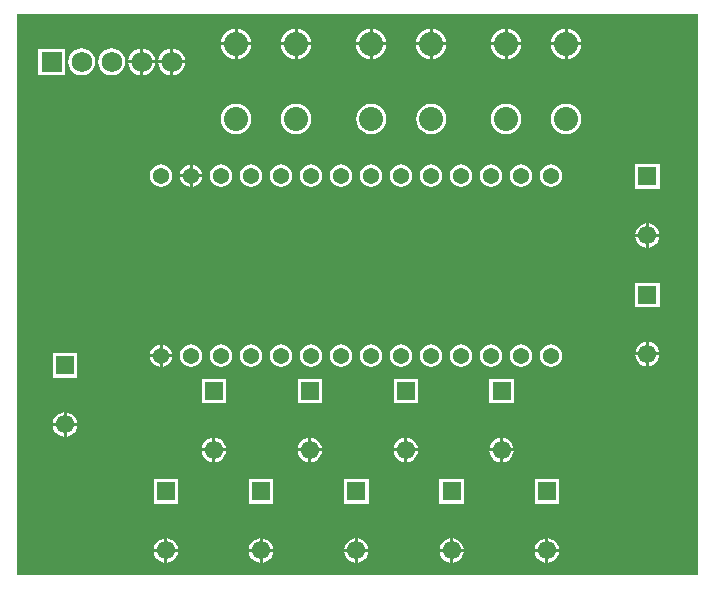
<source format=gbl>
G04*
G04 #@! TF.GenerationSoftware,Altium Limited,Altium Designer,23.6.0 (18)*
G04*
G04 Layer_Physical_Order=2*
G04 Layer_Color=16711680*
%FSAX24Y24*%
%MOIN*%
G70*
G04*
G04 #@! TF.SameCoordinates,E551B0BA-23AD-4420-B302-DDD5F3B2D540*
G04*
G04*
G04 #@! TF.FilePolarity,Positive*
G04*
G01*
G75*
%ADD23C,0.0691*%
%ADD24R,0.0691X0.0691*%
%ADD25C,0.0800*%
%ADD26C,0.3500*%
%ADD27C,0.0610*%
%ADD28R,0.0610X0.0610*%
%ADD29C,0.0540*%
%ADD30C,0.0320*%
G36*
X224554Y109700D02*
X201854D01*
Y128400D01*
X224554D01*
Y109700D01*
D02*
G37*
%LPC*%
G36*
X220204Y127898D02*
Y127450D01*
X220652D01*
X220642Y127531D01*
X220591Y127652D01*
X220511Y127757D01*
X220407Y127837D01*
X220285Y127887D01*
X220204Y127898D01*
D02*
G37*
G36*
X218204D02*
Y127450D01*
X218652D01*
X218642Y127531D01*
X218591Y127652D01*
X218511Y127757D01*
X218407Y127837D01*
X218285Y127887D01*
X218204Y127898D01*
D02*
G37*
G36*
X215704D02*
Y127450D01*
X216152D01*
X216142Y127531D01*
X216091Y127652D01*
X216011Y127757D01*
X215907Y127837D01*
X215785Y127887D01*
X215704Y127898D01*
D02*
G37*
G36*
X213704D02*
Y127450D01*
X214152D01*
X214142Y127531D01*
X214091Y127652D01*
X214011Y127757D01*
X213907Y127837D01*
X213785Y127887D01*
X213704Y127898D01*
D02*
G37*
G36*
X211204D02*
Y127450D01*
X211652D01*
X211642Y127531D01*
X211591Y127652D01*
X211511Y127757D01*
X211407Y127837D01*
X211285Y127887D01*
X211204Y127898D01*
D02*
G37*
G36*
X209204D02*
Y127450D01*
X209652D01*
X209642Y127531D01*
X209591Y127652D01*
X209511Y127757D01*
X209407Y127837D01*
X209285Y127887D01*
X209204Y127898D01*
D02*
G37*
G36*
X220104Y127898D02*
X220024Y127887D01*
X219902Y127837D01*
X219798Y127757D01*
X219718Y127652D01*
X219667Y127531D01*
X219657Y127450D01*
X220104D01*
Y127898D01*
D02*
G37*
G36*
X213604D02*
X213524Y127887D01*
X213402Y127837D01*
X213298Y127757D01*
X213218Y127652D01*
X213167Y127531D01*
X213157Y127450D01*
X213604D01*
Y127898D01*
D02*
G37*
G36*
X215604D02*
X215524Y127887D01*
X215402Y127837D01*
X215298Y127757D01*
X215218Y127652D01*
X215167Y127531D01*
X215157Y127450D01*
X215604D01*
Y127898D01*
D02*
G37*
G36*
X209104D02*
X209024Y127887D01*
X208902Y127837D01*
X208798Y127757D01*
X208718Y127652D01*
X208667Y127531D01*
X208657Y127450D01*
X209104D01*
Y127898D01*
D02*
G37*
G36*
X211104D02*
X211024Y127887D01*
X210902Y127837D01*
X210798Y127757D01*
X210718Y127652D01*
X210667Y127531D01*
X210657Y127450D01*
X211104D01*
Y127898D01*
D02*
G37*
G36*
X218104D02*
X218024Y127887D01*
X217902Y127837D01*
X217798Y127757D01*
X217718Y127652D01*
X217667Y127531D01*
X217657Y127450D01*
X218104D01*
Y127898D01*
D02*
G37*
G36*
X220104Y127350D02*
X219657D01*
X219667Y127269D01*
X219718Y127148D01*
X219798Y127043D01*
X219902Y126963D01*
X220024Y126913D01*
X220104Y126902D01*
Y127350D01*
D02*
G37*
G36*
X218104D02*
X217657D01*
X217667Y127269D01*
X217718Y127148D01*
X217798Y127043D01*
X217902Y126963D01*
X218024Y126913D01*
X218104Y126902D01*
Y127350D01*
D02*
G37*
G36*
X215604D02*
X215157D01*
X215167Y127269D01*
X215218Y127148D01*
X215298Y127043D01*
X215402Y126963D01*
X215524Y126913D01*
X215604Y126902D01*
Y127350D01*
D02*
G37*
G36*
X213604D02*
X213157D01*
X213167Y127269D01*
X213218Y127148D01*
X213298Y127043D01*
X213402Y126963D01*
X213524Y126913D01*
X213604Y126902D01*
Y127350D01*
D02*
G37*
G36*
X211104D02*
X210657D01*
X210667Y127269D01*
X210718Y127148D01*
X210798Y127043D01*
X210902Y126963D01*
X211024Y126913D01*
X211104Y126902D01*
Y127350D01*
D02*
G37*
G36*
X209104D02*
X208657D01*
X208667Y127269D01*
X208718Y127148D01*
X208798Y127043D01*
X208902Y126963D01*
X209024Y126913D01*
X209104Y126902D01*
Y127350D01*
D02*
G37*
G36*
X218652D02*
X218204D01*
Y126902D01*
X218285Y126913D01*
X218407Y126963D01*
X218511Y127043D01*
X218591Y127148D01*
X218642Y127269D01*
X218652Y127350D01*
D02*
G37*
G36*
X216152D02*
X215704D01*
Y126902D01*
X215785Y126913D01*
X215907Y126963D01*
X216011Y127043D01*
X216091Y127148D01*
X216142Y127269D01*
X216152Y127350D01*
D02*
G37*
G36*
X214152D02*
X213704D01*
Y126902D01*
X213785Y126913D01*
X213907Y126963D01*
X214011Y127043D01*
X214091Y127148D01*
X214142Y127269D01*
X214152Y127350D01*
D02*
G37*
G36*
X211652D02*
X211204D01*
Y126902D01*
X211285Y126913D01*
X211407Y126963D01*
X211511Y127043D01*
X211591Y127148D01*
X211642Y127269D01*
X211652Y127350D01*
D02*
G37*
G36*
X209652D02*
X209204D01*
Y126902D01*
X209285Y126913D01*
X209407Y126963D01*
X209511Y127043D01*
X209591Y127148D01*
X209642Y127269D01*
X209652Y127350D01*
D02*
G37*
G36*
X220652D02*
X220204D01*
Y126902D01*
X220285Y126913D01*
X220407Y126963D01*
X220511Y127043D01*
X220591Y127148D01*
X220642Y127269D01*
X220652Y127350D01*
D02*
G37*
G36*
X207054Y127243D02*
Y126850D01*
X207447D01*
X207438Y126916D01*
X207394Y127025D01*
X207322Y127118D01*
X207229Y127189D01*
X207121Y127234D01*
X207054Y127243D01*
D02*
G37*
G36*
X206054Y127243D02*
Y126850D01*
X206447D01*
X206438Y126916D01*
X206394Y127025D01*
X206322Y127118D01*
X206229Y127189D01*
X206121Y127234D01*
X206054Y127243D01*
D02*
G37*
G36*
X205954Y127243D02*
X205888Y127234D01*
X205780Y127189D01*
X205687Y127118D01*
X205615Y127025D01*
X205570Y126916D01*
X205562Y126850D01*
X205954D01*
Y127243D01*
D02*
G37*
G36*
X206954D02*
X206888Y127234D01*
X206780Y127189D01*
X206687Y127118D01*
X206615Y127025D01*
X206570Y126916D01*
X206562Y126850D01*
X206954D01*
Y127243D01*
D02*
G37*
G36*
X205954Y126750D02*
X205562D01*
X205570Y126684D01*
X205615Y126575D01*
X205687Y126482D01*
X205780Y126411D01*
X205888Y126366D01*
X205954Y126357D01*
Y126750D01*
D02*
G37*
G36*
X206954D02*
X206562D01*
X206570Y126684D01*
X206615Y126575D01*
X206687Y126482D01*
X206780Y126411D01*
X206888Y126366D01*
X206954Y126357D01*
Y126750D01*
D02*
G37*
G36*
X207447D02*
X207054D01*
Y126357D01*
X207121Y126366D01*
X207229Y126411D01*
X207322Y126482D01*
X207394Y126575D01*
X207438Y126684D01*
X207447Y126750D01*
D02*
G37*
G36*
X206447D02*
X206054D01*
Y126357D01*
X206121Y126366D01*
X206229Y126411D01*
X206322Y126482D01*
X206394Y126575D01*
X206438Y126684D01*
X206447Y126750D01*
D02*
G37*
G36*
X203450Y127245D02*
X202559D01*
Y126355D01*
X203450D01*
Y127245D01*
D02*
G37*
G36*
X205004Y127249D02*
X204888Y127234D01*
X204780Y127189D01*
X204687Y127118D01*
X204615Y127025D01*
X204570Y126916D01*
X204555Y126800D01*
X204570Y126684D01*
X204615Y126575D01*
X204687Y126482D01*
X204780Y126411D01*
X204888Y126366D01*
X205004Y126351D01*
X205121Y126366D01*
X205229Y126411D01*
X205322Y126482D01*
X205394Y126575D01*
X205438Y126684D01*
X205454Y126800D01*
X205438Y126916D01*
X205394Y127025D01*
X205322Y127118D01*
X205229Y127189D01*
X205121Y127234D01*
X205004Y127249D01*
D02*
G37*
G36*
X204004D02*
X203888Y127234D01*
X203780Y127189D01*
X203687Y127118D01*
X203615Y127025D01*
X203570Y126916D01*
X203555Y126800D01*
X203570Y126684D01*
X203615Y126575D01*
X203687Y126482D01*
X203780Y126411D01*
X203888Y126366D01*
X204004Y126351D01*
X204121Y126366D01*
X204229Y126411D01*
X204322Y126482D01*
X204394Y126575D01*
X204438Y126684D01*
X204454Y126800D01*
X204438Y126916D01*
X204394Y127025D01*
X204322Y127118D01*
X204229Y127189D01*
X204121Y127234D01*
X204004Y127249D01*
D02*
G37*
G36*
X220154Y125404D02*
X220024Y125387D01*
X219902Y125337D01*
X219798Y125257D01*
X219718Y125152D01*
X219667Y125031D01*
X219650Y124900D01*
X219667Y124769D01*
X219718Y124648D01*
X219798Y124543D01*
X219902Y124463D01*
X220024Y124413D01*
X220154Y124396D01*
X220285Y124413D01*
X220407Y124463D01*
X220511Y124543D01*
X220591Y124648D01*
X220642Y124769D01*
X220659Y124900D01*
X220642Y125031D01*
X220591Y125152D01*
X220511Y125257D01*
X220407Y125337D01*
X220285Y125387D01*
X220154Y125404D01*
D02*
G37*
G36*
X218154D02*
X218024Y125387D01*
X217902Y125337D01*
X217798Y125257D01*
X217718Y125152D01*
X217667Y125031D01*
X217650Y124900D01*
X217667Y124769D01*
X217718Y124648D01*
X217798Y124543D01*
X217902Y124463D01*
X218024Y124413D01*
X218154Y124396D01*
X218285Y124413D01*
X218407Y124463D01*
X218511Y124543D01*
X218591Y124648D01*
X218642Y124769D01*
X218659Y124900D01*
X218642Y125031D01*
X218591Y125152D01*
X218511Y125257D01*
X218407Y125337D01*
X218285Y125387D01*
X218154Y125404D01*
D02*
G37*
G36*
X215665D02*
X215535Y125387D01*
X215413Y125337D01*
X215308Y125257D01*
X215228Y125152D01*
X215178Y125031D01*
X215161Y124900D01*
X215178Y124769D01*
X215228Y124648D01*
X215308Y124543D01*
X215413Y124463D01*
X215535Y124413D01*
X215665Y124396D01*
X215796Y124413D01*
X215917Y124463D01*
X216022Y124543D01*
X216102Y124648D01*
X216152Y124769D01*
X216169Y124900D01*
X216152Y125031D01*
X216102Y125152D01*
X216022Y125257D01*
X215917Y125337D01*
X215796Y125387D01*
X215665Y125404D01*
D02*
G37*
G36*
X213665D02*
X213535Y125387D01*
X213413Y125337D01*
X213308Y125257D01*
X213228Y125152D01*
X213178Y125031D01*
X213161Y124900D01*
X213178Y124769D01*
X213228Y124648D01*
X213308Y124543D01*
X213413Y124463D01*
X213535Y124413D01*
X213665Y124396D01*
X213796Y124413D01*
X213917Y124463D01*
X214022Y124543D01*
X214102Y124648D01*
X214152Y124769D01*
X214169Y124900D01*
X214152Y125031D01*
X214102Y125152D01*
X214022Y125257D01*
X213917Y125337D01*
X213796Y125387D01*
X213665Y125404D01*
D02*
G37*
G36*
X211154D02*
X211024Y125387D01*
X210902Y125337D01*
X210798Y125257D01*
X210718Y125152D01*
X210667Y125031D01*
X210650Y124900D01*
X210667Y124769D01*
X210718Y124648D01*
X210798Y124543D01*
X210902Y124463D01*
X211024Y124413D01*
X211154Y124396D01*
X211285Y124413D01*
X211407Y124463D01*
X211511Y124543D01*
X211591Y124648D01*
X211642Y124769D01*
X211659Y124900D01*
X211642Y125031D01*
X211591Y125152D01*
X211511Y125257D01*
X211407Y125337D01*
X211285Y125387D01*
X211154Y125404D01*
D02*
G37*
G36*
X209154D02*
X209024Y125387D01*
X208902Y125337D01*
X208798Y125257D01*
X208718Y125152D01*
X208667Y125031D01*
X208650Y124900D01*
X208667Y124769D01*
X208718Y124648D01*
X208798Y124543D01*
X208902Y124463D01*
X209024Y124413D01*
X209154Y124396D01*
X209285Y124413D01*
X209407Y124463D01*
X209511Y124543D01*
X209591Y124648D01*
X209642Y124769D01*
X209659Y124900D01*
X209642Y125031D01*
X209591Y125152D01*
X209511Y125257D01*
X209407Y125337D01*
X209285Y125387D01*
X209154Y125404D01*
D02*
G37*
G36*
X207704Y123377D02*
Y123060D01*
X208021D01*
X208015Y123107D01*
X207978Y123197D01*
X207918Y123274D01*
X207841Y123333D01*
X207751Y123370D01*
X207704Y123377D01*
D02*
G37*
G36*
X207604D02*
X207558Y123370D01*
X207468Y123333D01*
X207391Y123274D01*
X207331Y123197D01*
X207294Y123107D01*
X207288Y123060D01*
X207604D01*
Y123377D01*
D02*
G37*
G36*
X208021Y122960D02*
X207704D01*
Y122643D01*
X207751Y122650D01*
X207841Y122687D01*
X207918Y122746D01*
X207978Y122823D01*
X208015Y122913D01*
X208021Y122960D01*
D02*
G37*
G36*
X207604D02*
X207288D01*
X207294Y122913D01*
X207331Y122823D01*
X207391Y122746D01*
X207468Y122687D01*
X207558Y122650D01*
X207604Y122643D01*
Y122960D01*
D02*
G37*
G36*
X219654Y123383D02*
X219558Y123370D01*
X219468Y123333D01*
X219391Y123274D01*
X219331Y123197D01*
X219294Y123107D01*
X219281Y123010D01*
X219294Y122913D01*
X219331Y122823D01*
X219391Y122746D01*
X219468Y122687D01*
X219558Y122650D01*
X219654Y122637D01*
X219751Y122650D01*
X219841Y122687D01*
X219918Y122746D01*
X219978Y122823D01*
X220015Y122913D01*
X220028Y123010D01*
X220015Y123107D01*
X219978Y123197D01*
X219918Y123274D01*
X219841Y123333D01*
X219751Y123370D01*
X219654Y123383D01*
D02*
G37*
G36*
X218654D02*
X218558Y123370D01*
X218468Y123333D01*
X218391Y123274D01*
X218331Y123197D01*
X218294Y123107D01*
X218281Y123010D01*
X218294Y122913D01*
X218331Y122823D01*
X218391Y122746D01*
X218468Y122687D01*
X218558Y122650D01*
X218654Y122637D01*
X218751Y122650D01*
X218841Y122687D01*
X218918Y122746D01*
X218978Y122823D01*
X219015Y122913D01*
X219028Y123010D01*
X219015Y123107D01*
X218978Y123197D01*
X218918Y123274D01*
X218841Y123333D01*
X218751Y123370D01*
X218654Y123383D01*
D02*
G37*
G36*
X217654D02*
X217558Y123370D01*
X217468Y123333D01*
X217391Y123274D01*
X217331Y123197D01*
X217294Y123107D01*
X217281Y123010D01*
X217294Y122913D01*
X217331Y122823D01*
X217391Y122746D01*
X217468Y122687D01*
X217558Y122650D01*
X217654Y122637D01*
X217751Y122650D01*
X217841Y122687D01*
X217918Y122746D01*
X217978Y122823D01*
X218015Y122913D01*
X218028Y123010D01*
X218015Y123107D01*
X217978Y123197D01*
X217918Y123274D01*
X217841Y123333D01*
X217751Y123370D01*
X217654Y123383D01*
D02*
G37*
G36*
X216654D02*
X216558Y123370D01*
X216468Y123333D01*
X216391Y123274D01*
X216331Y123197D01*
X216294Y123107D01*
X216281Y123010D01*
X216294Y122913D01*
X216331Y122823D01*
X216391Y122746D01*
X216468Y122687D01*
X216558Y122650D01*
X216654Y122637D01*
X216751Y122650D01*
X216841Y122687D01*
X216918Y122746D01*
X216978Y122823D01*
X217015Y122913D01*
X217028Y123010D01*
X217015Y123107D01*
X216978Y123197D01*
X216918Y123274D01*
X216841Y123333D01*
X216751Y123370D01*
X216654Y123383D01*
D02*
G37*
G36*
X215654D02*
X215558Y123370D01*
X215468Y123333D01*
X215391Y123274D01*
X215331Y123197D01*
X215294Y123107D01*
X215281Y123010D01*
X215294Y122913D01*
X215331Y122823D01*
X215391Y122746D01*
X215468Y122687D01*
X215558Y122650D01*
X215654Y122637D01*
X215751Y122650D01*
X215841Y122687D01*
X215918Y122746D01*
X215978Y122823D01*
X216015Y122913D01*
X216028Y123010D01*
X216015Y123107D01*
X215978Y123197D01*
X215918Y123274D01*
X215841Y123333D01*
X215751Y123370D01*
X215654Y123383D01*
D02*
G37*
G36*
X214654D02*
X214558Y123370D01*
X214468Y123333D01*
X214391Y123274D01*
X214331Y123197D01*
X214294Y123107D01*
X214281Y123010D01*
X214294Y122913D01*
X214331Y122823D01*
X214391Y122746D01*
X214468Y122687D01*
X214558Y122650D01*
X214654Y122637D01*
X214751Y122650D01*
X214841Y122687D01*
X214918Y122746D01*
X214978Y122823D01*
X215015Y122913D01*
X215028Y123010D01*
X215015Y123107D01*
X214978Y123197D01*
X214918Y123274D01*
X214841Y123333D01*
X214751Y123370D01*
X214654Y123383D01*
D02*
G37*
G36*
X213654D02*
X213558Y123370D01*
X213468Y123333D01*
X213391Y123274D01*
X213331Y123197D01*
X213294Y123107D01*
X213281Y123010D01*
X213294Y122913D01*
X213331Y122823D01*
X213391Y122746D01*
X213468Y122687D01*
X213558Y122650D01*
X213654Y122637D01*
X213751Y122650D01*
X213841Y122687D01*
X213918Y122746D01*
X213978Y122823D01*
X214015Y122913D01*
X214028Y123010D01*
X214015Y123107D01*
X213978Y123197D01*
X213918Y123274D01*
X213841Y123333D01*
X213751Y123370D01*
X213654Y123383D01*
D02*
G37*
G36*
X212654D02*
X212558Y123370D01*
X212468Y123333D01*
X212391Y123274D01*
X212331Y123197D01*
X212294Y123107D01*
X212281Y123010D01*
X212294Y122913D01*
X212331Y122823D01*
X212391Y122746D01*
X212468Y122687D01*
X212558Y122650D01*
X212654Y122637D01*
X212751Y122650D01*
X212841Y122687D01*
X212918Y122746D01*
X212978Y122823D01*
X213015Y122913D01*
X213028Y123010D01*
X213015Y123107D01*
X212978Y123197D01*
X212918Y123274D01*
X212841Y123333D01*
X212751Y123370D01*
X212654Y123383D01*
D02*
G37*
G36*
X211654D02*
X211558Y123370D01*
X211468Y123333D01*
X211391Y123274D01*
X211331Y123197D01*
X211294Y123107D01*
X211281Y123010D01*
X211294Y122913D01*
X211331Y122823D01*
X211391Y122746D01*
X211468Y122687D01*
X211558Y122650D01*
X211654Y122637D01*
X211751Y122650D01*
X211841Y122687D01*
X211918Y122746D01*
X211978Y122823D01*
X212015Y122913D01*
X212028Y123010D01*
X212015Y123107D01*
X211978Y123197D01*
X211918Y123274D01*
X211841Y123333D01*
X211751Y123370D01*
X211654Y123383D01*
D02*
G37*
G36*
X210654D02*
X210558Y123370D01*
X210468Y123333D01*
X210391Y123274D01*
X210331Y123197D01*
X210294Y123107D01*
X210281Y123010D01*
X210294Y122913D01*
X210331Y122823D01*
X210391Y122746D01*
X210468Y122687D01*
X210558Y122650D01*
X210654Y122637D01*
X210751Y122650D01*
X210841Y122687D01*
X210918Y122746D01*
X210978Y122823D01*
X211015Y122913D01*
X211028Y123010D01*
X211015Y123107D01*
X210978Y123197D01*
X210918Y123274D01*
X210841Y123333D01*
X210751Y123370D01*
X210654Y123383D01*
D02*
G37*
G36*
X209654D02*
X209558Y123370D01*
X209468Y123333D01*
X209391Y123274D01*
X209331Y123197D01*
X209294Y123107D01*
X209281Y123010D01*
X209294Y122913D01*
X209331Y122823D01*
X209391Y122746D01*
X209468Y122687D01*
X209558Y122650D01*
X209654Y122637D01*
X209751Y122650D01*
X209841Y122687D01*
X209918Y122746D01*
X209978Y122823D01*
X210015Y122913D01*
X210028Y123010D01*
X210015Y123107D01*
X209978Y123197D01*
X209918Y123274D01*
X209841Y123333D01*
X209751Y123370D01*
X209654Y123383D01*
D02*
G37*
G36*
X208654D02*
X208558Y123370D01*
X208468Y123333D01*
X208391Y123274D01*
X208331Y123197D01*
X208294Y123107D01*
X208281Y123010D01*
X208294Y122913D01*
X208331Y122823D01*
X208391Y122746D01*
X208468Y122687D01*
X208558Y122650D01*
X208654Y122637D01*
X208751Y122650D01*
X208841Y122687D01*
X208918Y122746D01*
X208978Y122823D01*
X209015Y122913D01*
X209028Y123010D01*
X209015Y123107D01*
X208978Y123197D01*
X208918Y123274D01*
X208841Y123333D01*
X208751Y123370D01*
X208654Y123383D01*
D02*
G37*
G36*
X206654D02*
X206558Y123370D01*
X206468Y123333D01*
X206391Y123274D01*
X206331Y123197D01*
X206294Y123107D01*
X206281Y123010D01*
X206294Y122913D01*
X206331Y122823D01*
X206391Y122746D01*
X206468Y122687D01*
X206558Y122650D01*
X206654Y122637D01*
X206751Y122650D01*
X206841Y122687D01*
X206918Y122746D01*
X206978Y122823D01*
X207015Y122913D01*
X207028Y123010D01*
X207015Y123107D01*
X206978Y123197D01*
X206918Y123274D01*
X206841Y123333D01*
X206751Y123370D01*
X206654Y123383D01*
D02*
G37*
G36*
X223270Y123389D02*
X222460D01*
Y122579D01*
X223270D01*
Y123389D01*
D02*
G37*
G36*
X222915Y121418D02*
Y121066D01*
X223267D01*
X223260Y121122D01*
X223219Y121220D01*
X223154Y121305D01*
X223069Y121370D01*
X222971Y121410D01*
X222915Y121418D01*
D02*
G37*
G36*
X222815Y121418D02*
X222759Y121410D01*
X222661Y121370D01*
X222576Y121305D01*
X222511Y121220D01*
X222470Y121122D01*
X222463Y121066D01*
X222815D01*
Y121418D01*
D02*
G37*
G36*
X223267Y120966D02*
X222915D01*
Y120614D01*
X222971Y120621D01*
X223069Y120662D01*
X223154Y120727D01*
X223219Y120811D01*
X223260Y120910D01*
X223267Y120966D01*
D02*
G37*
G36*
X222815D02*
X222463D01*
X222470Y120910D01*
X222511Y120811D01*
X222576Y120727D01*
X222661Y120662D01*
X222759Y120621D01*
X222815Y120614D01*
Y120966D01*
D02*
G37*
G36*
X223270Y119439D02*
X222460D01*
Y118629D01*
X223270D01*
Y119439D01*
D02*
G37*
G36*
X222915Y117468D02*
Y117116D01*
X223267D01*
X223260Y117171D01*
X223219Y117270D01*
X223154Y117355D01*
X223069Y117420D01*
X222971Y117460D01*
X222915Y117468D01*
D02*
G37*
G36*
X222815Y117468D02*
X222759Y117460D01*
X222661Y117420D01*
X222576Y117355D01*
X222511Y117270D01*
X222470Y117171D01*
X222463Y117116D01*
X222815D01*
Y117468D01*
D02*
G37*
G36*
X206704Y117377D02*
Y117060D01*
X207021D01*
X207015Y117107D01*
X206978Y117197D01*
X206918Y117274D01*
X206841Y117333D01*
X206751Y117370D01*
X206704Y117377D01*
D02*
G37*
G36*
X206604D02*
X206558Y117370D01*
X206468Y117333D01*
X206391Y117274D01*
X206331Y117197D01*
X206294Y117107D01*
X206288Y117060D01*
X206604D01*
Y117377D01*
D02*
G37*
G36*
X223267Y117016D02*
X222915D01*
Y116664D01*
X222971Y116671D01*
X223069Y116712D01*
X223154Y116777D01*
X223219Y116861D01*
X223260Y116960D01*
X223267Y117016D01*
D02*
G37*
G36*
X222815D02*
X222463D01*
X222470Y116960D01*
X222511Y116861D01*
X222576Y116777D01*
X222661Y116712D01*
X222759Y116671D01*
X222815Y116664D01*
Y117016D01*
D02*
G37*
G36*
X207021Y116960D02*
X206704D01*
Y116643D01*
X206751Y116650D01*
X206841Y116687D01*
X206918Y116746D01*
X206978Y116823D01*
X207015Y116913D01*
X207021Y116960D01*
D02*
G37*
G36*
X206604D02*
X206288D01*
X206294Y116913D01*
X206331Y116823D01*
X206391Y116746D01*
X206468Y116687D01*
X206558Y116650D01*
X206604Y116643D01*
Y116960D01*
D02*
G37*
G36*
X219654Y117383D02*
X219558Y117370D01*
X219468Y117333D01*
X219391Y117274D01*
X219331Y117197D01*
X219294Y117107D01*
X219281Y117010D01*
X219294Y116913D01*
X219331Y116823D01*
X219391Y116746D01*
X219468Y116687D01*
X219558Y116650D01*
X219654Y116637D01*
X219751Y116650D01*
X219841Y116687D01*
X219918Y116746D01*
X219978Y116823D01*
X220015Y116913D01*
X220028Y117010D01*
X220015Y117107D01*
X219978Y117197D01*
X219918Y117274D01*
X219841Y117333D01*
X219751Y117370D01*
X219654Y117383D01*
D02*
G37*
G36*
X218654D02*
X218558Y117370D01*
X218468Y117333D01*
X218391Y117274D01*
X218331Y117197D01*
X218294Y117107D01*
X218281Y117010D01*
X218294Y116913D01*
X218331Y116823D01*
X218391Y116746D01*
X218468Y116687D01*
X218558Y116650D01*
X218654Y116637D01*
X218751Y116650D01*
X218841Y116687D01*
X218918Y116746D01*
X218978Y116823D01*
X219015Y116913D01*
X219028Y117010D01*
X219015Y117107D01*
X218978Y117197D01*
X218918Y117274D01*
X218841Y117333D01*
X218751Y117370D01*
X218654Y117383D01*
D02*
G37*
G36*
X217654D02*
X217558Y117370D01*
X217468Y117333D01*
X217391Y117274D01*
X217331Y117197D01*
X217294Y117107D01*
X217281Y117010D01*
X217294Y116913D01*
X217331Y116823D01*
X217391Y116746D01*
X217468Y116687D01*
X217558Y116650D01*
X217654Y116637D01*
X217751Y116650D01*
X217841Y116687D01*
X217918Y116746D01*
X217978Y116823D01*
X218015Y116913D01*
X218028Y117010D01*
X218015Y117107D01*
X217978Y117197D01*
X217918Y117274D01*
X217841Y117333D01*
X217751Y117370D01*
X217654Y117383D01*
D02*
G37*
G36*
X216654D02*
X216558Y117370D01*
X216468Y117333D01*
X216391Y117274D01*
X216331Y117197D01*
X216294Y117107D01*
X216281Y117010D01*
X216294Y116913D01*
X216331Y116823D01*
X216391Y116746D01*
X216468Y116687D01*
X216558Y116650D01*
X216654Y116637D01*
X216751Y116650D01*
X216841Y116687D01*
X216918Y116746D01*
X216978Y116823D01*
X217015Y116913D01*
X217028Y117010D01*
X217015Y117107D01*
X216978Y117197D01*
X216918Y117274D01*
X216841Y117333D01*
X216751Y117370D01*
X216654Y117383D01*
D02*
G37*
G36*
X215654D02*
X215558Y117370D01*
X215468Y117333D01*
X215391Y117274D01*
X215331Y117197D01*
X215294Y117107D01*
X215281Y117010D01*
X215294Y116913D01*
X215331Y116823D01*
X215391Y116746D01*
X215468Y116687D01*
X215558Y116650D01*
X215654Y116637D01*
X215751Y116650D01*
X215841Y116687D01*
X215918Y116746D01*
X215978Y116823D01*
X216015Y116913D01*
X216028Y117010D01*
X216015Y117107D01*
X215978Y117197D01*
X215918Y117274D01*
X215841Y117333D01*
X215751Y117370D01*
X215654Y117383D01*
D02*
G37*
G36*
X214654D02*
X214558Y117370D01*
X214468Y117333D01*
X214391Y117274D01*
X214331Y117197D01*
X214294Y117107D01*
X214281Y117010D01*
X214294Y116913D01*
X214331Y116823D01*
X214391Y116746D01*
X214468Y116687D01*
X214558Y116650D01*
X214654Y116637D01*
X214751Y116650D01*
X214841Y116687D01*
X214918Y116746D01*
X214978Y116823D01*
X215015Y116913D01*
X215028Y117010D01*
X215015Y117107D01*
X214978Y117197D01*
X214918Y117274D01*
X214841Y117333D01*
X214751Y117370D01*
X214654Y117383D01*
D02*
G37*
G36*
X213654D02*
X213558Y117370D01*
X213468Y117333D01*
X213391Y117274D01*
X213331Y117197D01*
X213294Y117107D01*
X213281Y117010D01*
X213294Y116913D01*
X213331Y116823D01*
X213391Y116746D01*
X213468Y116687D01*
X213558Y116650D01*
X213654Y116637D01*
X213751Y116650D01*
X213841Y116687D01*
X213918Y116746D01*
X213978Y116823D01*
X214015Y116913D01*
X214028Y117010D01*
X214015Y117107D01*
X213978Y117197D01*
X213918Y117274D01*
X213841Y117333D01*
X213751Y117370D01*
X213654Y117383D01*
D02*
G37*
G36*
X212654D02*
X212558Y117370D01*
X212468Y117333D01*
X212391Y117274D01*
X212331Y117197D01*
X212294Y117107D01*
X212281Y117010D01*
X212294Y116913D01*
X212331Y116823D01*
X212391Y116746D01*
X212468Y116687D01*
X212558Y116650D01*
X212654Y116637D01*
X212751Y116650D01*
X212841Y116687D01*
X212918Y116746D01*
X212978Y116823D01*
X213015Y116913D01*
X213028Y117010D01*
X213015Y117107D01*
X212978Y117197D01*
X212918Y117274D01*
X212841Y117333D01*
X212751Y117370D01*
X212654Y117383D01*
D02*
G37*
G36*
X211654D02*
X211558Y117370D01*
X211468Y117333D01*
X211391Y117274D01*
X211331Y117197D01*
X211294Y117107D01*
X211281Y117010D01*
X211294Y116913D01*
X211331Y116823D01*
X211391Y116746D01*
X211468Y116687D01*
X211558Y116650D01*
X211654Y116637D01*
X211751Y116650D01*
X211841Y116687D01*
X211918Y116746D01*
X211978Y116823D01*
X212015Y116913D01*
X212028Y117010D01*
X212015Y117107D01*
X211978Y117197D01*
X211918Y117274D01*
X211841Y117333D01*
X211751Y117370D01*
X211654Y117383D01*
D02*
G37*
G36*
X210654D02*
X210558Y117370D01*
X210468Y117333D01*
X210391Y117274D01*
X210331Y117197D01*
X210294Y117107D01*
X210281Y117010D01*
X210294Y116913D01*
X210331Y116823D01*
X210391Y116746D01*
X210468Y116687D01*
X210558Y116650D01*
X210654Y116637D01*
X210751Y116650D01*
X210841Y116687D01*
X210918Y116746D01*
X210978Y116823D01*
X211015Y116913D01*
X211028Y117010D01*
X211015Y117107D01*
X210978Y117197D01*
X210918Y117274D01*
X210841Y117333D01*
X210751Y117370D01*
X210654Y117383D01*
D02*
G37*
G36*
X209654D02*
X209558Y117370D01*
X209468Y117333D01*
X209391Y117274D01*
X209331Y117197D01*
X209294Y117107D01*
X209281Y117010D01*
X209294Y116913D01*
X209331Y116823D01*
X209391Y116746D01*
X209468Y116687D01*
X209558Y116650D01*
X209654Y116637D01*
X209751Y116650D01*
X209841Y116687D01*
X209918Y116746D01*
X209978Y116823D01*
X210015Y116913D01*
X210028Y117010D01*
X210015Y117107D01*
X209978Y117197D01*
X209918Y117274D01*
X209841Y117333D01*
X209751Y117370D01*
X209654Y117383D01*
D02*
G37*
G36*
X208654D02*
X208558Y117370D01*
X208468Y117333D01*
X208391Y117274D01*
X208331Y117197D01*
X208294Y117107D01*
X208281Y117010D01*
X208294Y116913D01*
X208331Y116823D01*
X208391Y116746D01*
X208468Y116687D01*
X208558Y116650D01*
X208654Y116637D01*
X208751Y116650D01*
X208841Y116687D01*
X208918Y116746D01*
X208978Y116823D01*
X209015Y116913D01*
X209028Y117010D01*
X209015Y117107D01*
X208978Y117197D01*
X208918Y117274D01*
X208841Y117333D01*
X208751Y117370D01*
X208654Y117383D01*
D02*
G37*
G36*
X207654D02*
X207558Y117370D01*
X207468Y117333D01*
X207391Y117274D01*
X207331Y117197D01*
X207294Y117107D01*
X207281Y117010D01*
X207294Y116913D01*
X207331Y116823D01*
X207391Y116746D01*
X207468Y116687D01*
X207558Y116650D01*
X207654Y116637D01*
X207751Y116650D01*
X207841Y116687D01*
X207918Y116746D01*
X207978Y116823D01*
X208015Y116913D01*
X208028Y117010D01*
X208015Y117107D01*
X207978Y117197D01*
X207918Y117274D01*
X207841Y117333D01*
X207751Y117370D01*
X207654Y117383D01*
D02*
G37*
G36*
X203860Y117089D02*
X203049D01*
Y116279D01*
X203860D01*
Y117089D01*
D02*
G37*
G36*
X218410Y116239D02*
X217599D01*
Y115429D01*
X218410D01*
Y116239D01*
D02*
G37*
G36*
X215213D02*
X214403D01*
Y115429D01*
X215213D01*
Y116239D01*
D02*
G37*
G36*
X212017D02*
X211206D01*
Y115429D01*
X212017D01*
Y116239D01*
D02*
G37*
G36*
X208820D02*
X208010D01*
Y115429D01*
X208820D01*
Y116239D01*
D02*
G37*
G36*
X203504Y115118D02*
Y114766D01*
X203856D01*
X203849Y114822D01*
X203808Y114920D01*
X203743Y115005D01*
X203659Y115070D01*
X203560Y115110D01*
X203504Y115118D01*
D02*
G37*
G36*
X203404Y115118D02*
X203349Y115110D01*
X203250Y115070D01*
X203165Y115005D01*
X203101Y114920D01*
X203060Y114822D01*
X203052Y114766D01*
X203404D01*
Y115118D01*
D02*
G37*
G36*
Y114666D02*
X203052D01*
X203060Y114610D01*
X203101Y114511D01*
X203165Y114427D01*
X203250Y114362D01*
X203349Y114321D01*
X203404Y114314D01*
Y114666D01*
D02*
G37*
G36*
X203856D02*
X203504D01*
Y114314D01*
X203560Y114321D01*
X203659Y114362D01*
X203743Y114427D01*
X203808Y114511D01*
X203849Y114610D01*
X203856Y114666D01*
D02*
G37*
G36*
X214858Y114268D02*
Y113916D01*
X215210D01*
X215203Y113972D01*
X215162Y114070D01*
X215097Y114155D01*
X215012Y114220D01*
X214914Y114260D01*
X214858Y114268D01*
D02*
G37*
G36*
X208465D02*
Y113916D01*
X208817D01*
X208810Y113972D01*
X208769Y114070D01*
X208704Y114155D01*
X208619Y114220D01*
X208521Y114260D01*
X208465Y114268D01*
D02*
G37*
G36*
X214758Y114268D02*
X214702Y114260D01*
X214604Y114220D01*
X214519Y114155D01*
X214454Y114070D01*
X214413Y113972D01*
X214406Y113916D01*
X214758D01*
Y114268D01*
D02*
G37*
G36*
X208365D02*
X208309Y114260D01*
X208211Y114220D01*
X208126Y114155D01*
X208061Y114070D01*
X208020Y113972D01*
X208013Y113916D01*
X208365D01*
Y114268D01*
D02*
G37*
G36*
X218054D02*
Y113916D01*
X218406D01*
X218399Y113972D01*
X218358Y114070D01*
X218293Y114155D01*
X218209Y114220D01*
X218110Y114260D01*
X218054Y114268D01*
D02*
G37*
G36*
X211662D02*
Y113916D01*
X212014D01*
X212006Y113972D01*
X211965Y114070D01*
X211900Y114155D01*
X211816Y114220D01*
X211717Y114260D01*
X211662Y114268D01*
D02*
G37*
G36*
X217954Y114268D02*
X217899Y114260D01*
X217800Y114220D01*
X217715Y114155D01*
X217651Y114070D01*
X217610Y113972D01*
X217602Y113916D01*
X217954D01*
Y114268D01*
D02*
G37*
G36*
X211562D02*
X211506Y114260D01*
X211407Y114220D01*
X211323Y114155D01*
X211258Y114070D01*
X211217Y113972D01*
X211209Y113916D01*
X211562D01*
Y114268D01*
D02*
G37*
G36*
X215210Y113816D02*
X214858D01*
Y113464D01*
X214914Y113471D01*
X215012Y113512D01*
X215097Y113577D01*
X215162Y113661D01*
X215203Y113760D01*
X215210Y113816D01*
D02*
G37*
G36*
X208817D02*
X208465D01*
Y113464D01*
X208521Y113471D01*
X208619Y113512D01*
X208704Y113577D01*
X208769Y113661D01*
X208810Y113760D01*
X208817Y113816D01*
D02*
G37*
G36*
X217954Y113816D02*
X217602D01*
X217610Y113760D01*
X217651Y113661D01*
X217715Y113577D01*
X217800Y113512D01*
X217899Y113471D01*
X217954Y113464D01*
Y113816D01*
D02*
G37*
G36*
X211562D02*
X211209D01*
X211217Y113760D01*
X211258Y113661D01*
X211323Y113577D01*
X211407Y113512D01*
X211506Y113471D01*
X211562Y113464D01*
Y113816D01*
D02*
G37*
G36*
X218406D02*
X218054D01*
Y113464D01*
X218110Y113471D01*
X218209Y113512D01*
X218293Y113577D01*
X218358Y113661D01*
X218399Y113760D01*
X218406Y113816D01*
D02*
G37*
G36*
X212014D02*
X211662D01*
Y113464D01*
X211717Y113471D01*
X211816Y113512D01*
X211900Y113577D01*
X211965Y113661D01*
X212006Y113760D01*
X212014Y113816D01*
D02*
G37*
G36*
X214758Y113816D02*
X214406D01*
X214413Y113760D01*
X214454Y113661D01*
X214519Y113577D01*
X214604Y113512D01*
X214702Y113471D01*
X214758Y113464D01*
Y113816D01*
D02*
G37*
G36*
X208365D02*
X208013D01*
X208020Y113760D01*
X208061Y113661D01*
X208126Y113577D01*
X208211Y113512D01*
X208309Y113471D01*
X208365Y113464D01*
Y113816D01*
D02*
G37*
G36*
X219920Y112889D02*
X219110D01*
Y112079D01*
X219920D01*
Y112889D01*
D02*
G37*
G36*
X216745D02*
X215935D01*
Y112079D01*
X216745D01*
Y112889D01*
D02*
G37*
G36*
X213570D02*
X212760D01*
Y112079D01*
X213570D01*
Y112889D01*
D02*
G37*
G36*
X210395D02*
X209585D01*
Y112079D01*
X210395D01*
Y112889D01*
D02*
G37*
G36*
X207220D02*
X206410D01*
Y112079D01*
X207220D01*
Y112889D01*
D02*
G37*
G36*
X219565Y110918D02*
Y110566D01*
X219917D01*
X219910Y110622D01*
X219869Y110720D01*
X219804Y110805D01*
X219719Y110870D01*
X219621Y110910D01*
X219565Y110918D01*
D02*
G37*
G36*
X213215D02*
Y110566D01*
X213567D01*
X213560Y110622D01*
X213519Y110720D01*
X213454Y110805D01*
X213369Y110870D01*
X213271Y110910D01*
X213215Y110918D01*
D02*
G37*
G36*
X206865D02*
Y110566D01*
X207217D01*
X207210Y110622D01*
X207169Y110720D01*
X207104Y110805D01*
X207019Y110870D01*
X206921Y110910D01*
X206865Y110918D01*
D02*
G37*
G36*
X219465Y110918D02*
X219409Y110910D01*
X219311Y110870D01*
X219226Y110805D01*
X219161Y110720D01*
X219120Y110622D01*
X219113Y110566D01*
X219465D01*
Y110918D01*
D02*
G37*
G36*
X213115D02*
X213059Y110910D01*
X212961Y110870D01*
X212876Y110805D01*
X212811Y110720D01*
X212770Y110622D01*
X212763Y110566D01*
X213115D01*
Y110918D01*
D02*
G37*
G36*
X206765D02*
X206709Y110910D01*
X206611Y110870D01*
X206526Y110805D01*
X206461Y110720D01*
X206420Y110622D01*
X206413Y110566D01*
X206765D01*
Y110918D01*
D02*
G37*
G36*
X216390D02*
Y110566D01*
X216742D01*
X216735Y110622D01*
X216694Y110720D01*
X216629Y110805D01*
X216544Y110870D01*
X216446Y110910D01*
X216390Y110918D01*
D02*
G37*
G36*
X210040D02*
Y110566D01*
X210392D01*
X210385Y110622D01*
X210344Y110720D01*
X210279Y110805D01*
X210194Y110870D01*
X210096Y110910D01*
X210040Y110918D01*
D02*
G37*
G36*
X216290Y110918D02*
X216234Y110910D01*
X216136Y110870D01*
X216051Y110805D01*
X215986Y110720D01*
X215945Y110622D01*
X215938Y110566D01*
X216290D01*
Y110918D01*
D02*
G37*
G36*
X209940D02*
X209884Y110910D01*
X209786Y110870D01*
X209701Y110805D01*
X209636Y110720D01*
X209595Y110622D01*
X209588Y110566D01*
X209940D01*
Y110918D01*
D02*
G37*
G36*
X216290Y110466D02*
X215938D01*
X215945Y110410D01*
X215986Y110311D01*
X216051Y110227D01*
X216136Y110162D01*
X216234Y110121D01*
X216290Y110114D01*
Y110466D01*
D02*
G37*
G36*
X209940D02*
X209588D01*
X209595Y110410D01*
X209636Y110311D01*
X209701Y110227D01*
X209786Y110162D01*
X209884Y110121D01*
X209940Y110114D01*
Y110466D01*
D02*
G37*
G36*
X219917Y110466D02*
X219565D01*
Y110114D01*
X219621Y110121D01*
X219719Y110162D01*
X219804Y110227D01*
X219869Y110311D01*
X219910Y110410D01*
X219917Y110466D01*
D02*
G37*
G36*
X213567D02*
X213215D01*
Y110114D01*
X213271Y110121D01*
X213369Y110162D01*
X213454Y110227D01*
X213519Y110311D01*
X213560Y110410D01*
X213567Y110466D01*
D02*
G37*
G36*
X207217D02*
X206865D01*
Y110114D01*
X206921Y110121D01*
X207019Y110162D01*
X207104Y110227D01*
X207169Y110311D01*
X207210Y110410D01*
X207217Y110466D01*
D02*
G37*
G36*
X219465D02*
X219113D01*
X219120Y110410D01*
X219161Y110311D01*
X219226Y110227D01*
X219311Y110162D01*
X219409Y110121D01*
X219465Y110114D01*
Y110466D01*
D02*
G37*
G36*
X213115D02*
X212763D01*
X212770Y110410D01*
X212811Y110311D01*
X212876Y110227D01*
X212961Y110162D01*
X213059Y110121D01*
X213115Y110114D01*
Y110466D01*
D02*
G37*
G36*
X206765D02*
X206413D01*
X206420Y110410D01*
X206461Y110311D01*
X206526Y110227D01*
X206611Y110162D01*
X206709Y110121D01*
X206765Y110114D01*
Y110466D01*
D02*
G37*
G36*
X216742Y110466D02*
X216390D01*
Y110114D01*
X216446Y110121D01*
X216544Y110162D01*
X216629Y110227D01*
X216694Y110311D01*
X216735Y110410D01*
X216742Y110466D01*
D02*
G37*
G36*
X210392D02*
X210040D01*
Y110114D01*
X210096Y110121D01*
X210194Y110162D01*
X210279Y110227D01*
X210344Y110311D01*
X210385Y110410D01*
X210392Y110466D01*
D02*
G37*
%LPD*%
D23*
X207004Y126800D02*
D03*
X206004D02*
D03*
X205004D02*
D03*
X204004D02*
D03*
D24*
X203004D02*
D03*
D25*
X211154Y127400D02*
D03*
X209154D02*
D03*
X215665Y124900D02*
D03*
X213665D02*
D03*
X215654Y127400D02*
D03*
X213654D02*
D03*
X211154Y124900D02*
D03*
X209154D02*
D03*
X220154Y127400D02*
D03*
X218154D02*
D03*
X220154Y124900D02*
D03*
X218154D02*
D03*
D26*
X203654Y123300D02*
D03*
X222754Y111500D02*
D03*
X203654D02*
D03*
X222754Y126600D02*
D03*
D27*
X222865Y121016D02*
D03*
Y117066D02*
D03*
X203454Y114716D02*
D03*
X219515Y110516D02*
D03*
X218004Y113866D02*
D03*
X216340Y110516D02*
D03*
X214808Y113866D02*
D03*
X213165Y110516D02*
D03*
X211612Y113866D02*
D03*
X209990Y110516D02*
D03*
X208415Y113866D02*
D03*
X206815Y110516D02*
D03*
D28*
X222865Y122984D02*
D03*
Y119034D02*
D03*
X203454Y116684D02*
D03*
X219515Y112484D02*
D03*
X218004Y115834D02*
D03*
X216340Y112484D02*
D03*
X214808Y115834D02*
D03*
X213165Y112484D02*
D03*
X211612Y115834D02*
D03*
X209990Y112484D02*
D03*
X208415Y115834D02*
D03*
X206815Y112484D02*
D03*
D29*
X206654Y117010D02*
D03*
X208654D02*
D03*
X210654D02*
D03*
X212654D02*
D03*
X207654D02*
D03*
X209654D02*
D03*
X211654D02*
D03*
X213654D02*
D03*
X219654D02*
D03*
X217654D02*
D03*
X215654D02*
D03*
X218654D02*
D03*
X216654D02*
D03*
X214654D02*
D03*
X219654Y123010D02*
D03*
X214654D02*
D03*
X216654D02*
D03*
X218654D02*
D03*
X215654D02*
D03*
X217654D02*
D03*
X213654D02*
D03*
X211654D02*
D03*
X209654D02*
D03*
X207654D02*
D03*
X212654D02*
D03*
X210654D02*
D03*
X208654D02*
D03*
X206654D02*
D03*
D30*
X210145Y121250D02*
D03*
X208104D02*
D03*
X211104Y118000D02*
D03*
X215068Y121250D02*
D03*
X217899D02*
D03*
X217954Y112750D02*
D03*
X214804D02*
D03*
X211604D02*
D03*
X208426D02*
D03*
X205718Y114716D02*
D03*
X219154Y123900D02*
D03*
X214654D02*
D03*
X210145Y123912D02*
D03*
X217015Y126150D02*
D03*
X212391D02*
D03*
X220854Y122000D02*
D03*
X221434Y115486D02*
D03*
X204687Y120000D02*
D03*
X214597Y128200D02*
D03*
X211412D02*
D03*
X208176D02*
D03*
X204640D02*
D03*
X217783D02*
D03*
X220969D02*
D03*
X221169Y109900D02*
D03*
X217983D02*
D03*
X205240D02*
D03*
X208426D02*
D03*
X211612D02*
D03*
X214797D02*
D03*
X224354Y124540D02*
D03*
Y120880D02*
D03*
Y117220D02*
D03*
Y113560D02*
D03*
X202054D02*
D03*
Y117220D02*
D03*
Y120880D02*
D03*
Y124540D02*
D03*
X217904Y118000D02*
D03*
X212404D02*
D03*
X212004Y121250D02*
D03*
X209754Y118000D02*
D03*
X208104Y117990D02*
D03*
X206438Y124850D02*
D03*
X202054Y109900D02*
D03*
X224354D02*
D03*
X224354Y128200D02*
D03*
X202054D02*
D03*
M02*

</source>
